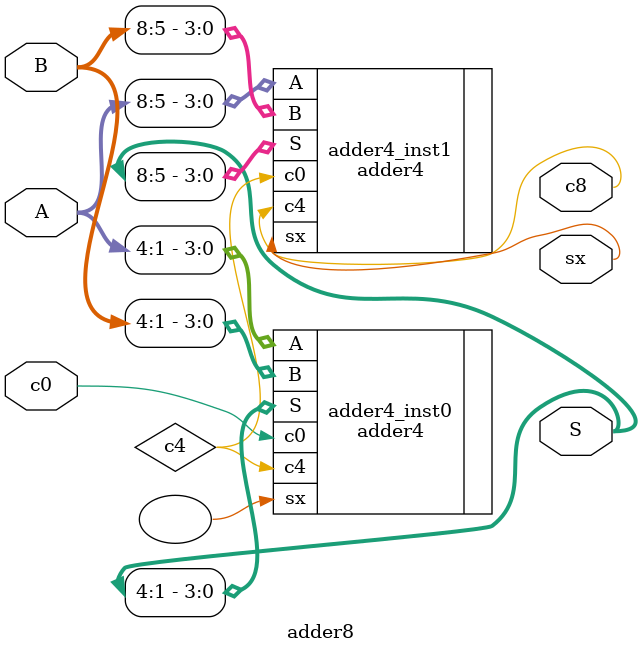
<source format=v>
`timescale 1ns/1ns
module adder8(
    input           [8:1]       A                   ,
    input           [8:1]       B                   ,  
    input                       c0                  ,
    output          [8:1]       S                   ,
    output                      c8                  ,
    output                      sx                  
);

    wire c4;

    adder4 adder4_inst0(
        .A              (A[4:1]     )       ,
        .B              (B[4:1]     )       ,
        .c0             (c0         )       ,
        .S              (S[4:1]     )       ,
        .c4             (c4         )       ,
        .sx             ()       
    );

    adder4 adder4_inst1(
        .A              (A[8:5]     )       ,
        .B              (B[8:5]     )       ,
        .c0             (c4         )       ,
        .S              (S[8:5]     )       ,
        .c4             (c8         )       ,
        .sx             (sx         )              
    );


endmodule


</source>
